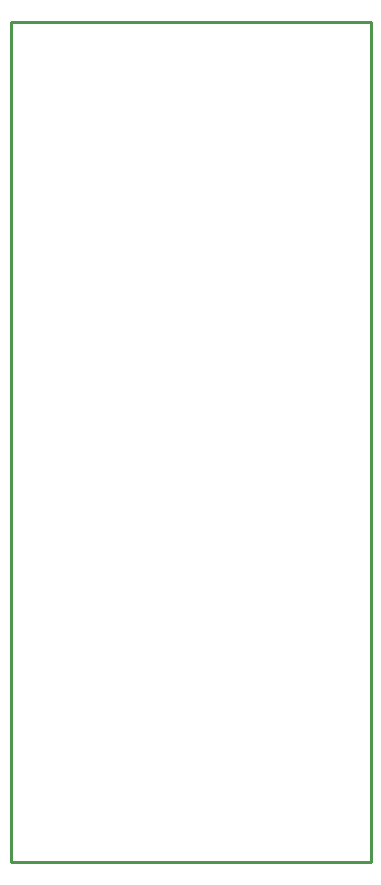
<source format=gbr>
%TF.GenerationSoftware,KiCad,Pcbnew,(6.0.4)*%
%TF.CreationDate,2022-08-23T00:57:11+02:00*%
%TF.ProjectId,MinimistCMZ,4d696e69-6d69-4737-9443-4d5a2e6b6963,rev?*%
%TF.SameCoordinates,Original*%
%TF.FileFunction,Profile,NP*%
%FSLAX46Y46*%
G04 Gerber Fmt 4.6, Leading zero omitted, Abs format (unit mm)*
G04 Created by KiCad (PCBNEW (6.0.4)) date 2022-08-23 00:57:11*
%MOMM*%
%LPD*%
G01*
G04 APERTURE LIST*
%TA.AperFunction,Profile*%
%ADD10C,0.250000*%
%TD*%
G04 APERTURE END LIST*
D10*
X129540000Y-68580000D02*
X160020000Y-68580000D01*
X160020000Y-68580000D02*
X160020000Y-139700000D01*
X160020000Y-139700000D02*
X129540000Y-139700000D01*
X129540000Y-139700000D02*
X129540000Y-68580000D01*
M02*

</source>
